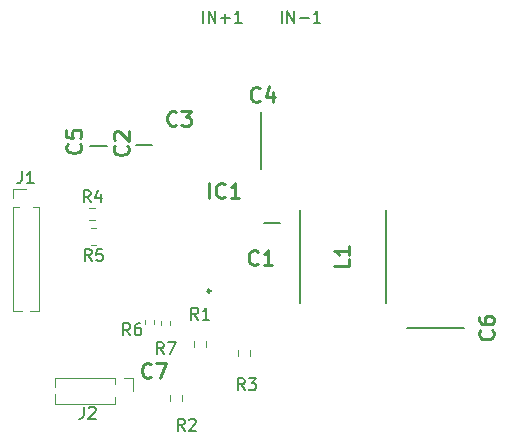
<source format=gbr>
%TF.GenerationSoftware,KiCad,Pcbnew,7.0.9*%
%TF.CreationDate,2023-12-22T17:18:26+01:00*%
%TF.ProjectId,driver_seperate,64726976-6572-45f7-9365-706572617465,rev?*%
%TF.SameCoordinates,Original*%
%TF.FileFunction,Legend,Top*%
%TF.FilePolarity,Positive*%
%FSLAX46Y46*%
G04 Gerber Fmt 4.6, Leading zero omitted, Abs format (unit mm)*
G04 Created by KiCad (PCBNEW 7.0.9) date 2023-12-22 17:18:26*
%MOMM*%
%LPD*%
G01*
G04 APERTURE LIST*
%ADD10C,0.150000*%
%ADD11C,0.254000*%
%ADD12C,0.120000*%
%ADD13C,0.200000*%
%ADD14C,0.250000*%
G04 APERTURE END LIST*
D10*
X143684666Y-112992819D02*
X143684666Y-113707104D01*
X143684666Y-113707104D02*
X143637047Y-113849961D01*
X143637047Y-113849961D02*
X143541809Y-113945200D01*
X143541809Y-113945200D02*
X143398952Y-113992819D01*
X143398952Y-113992819D02*
X143303714Y-113992819D01*
X144113238Y-113088057D02*
X144160857Y-113040438D01*
X144160857Y-113040438D02*
X144256095Y-112992819D01*
X144256095Y-112992819D02*
X144494190Y-112992819D01*
X144494190Y-112992819D02*
X144589428Y-113040438D01*
X144589428Y-113040438D02*
X144637047Y-113088057D01*
X144637047Y-113088057D02*
X144684666Y-113183295D01*
X144684666Y-113183295D02*
X144684666Y-113278533D01*
X144684666Y-113278533D02*
X144637047Y-113421390D01*
X144637047Y-113421390D02*
X144065619Y-113992819D01*
X144065619Y-113992819D02*
X144684666Y-113992819D01*
X152233333Y-115008819D02*
X151900000Y-114532628D01*
X151661905Y-115008819D02*
X151661905Y-114008819D01*
X151661905Y-114008819D02*
X152042857Y-114008819D01*
X152042857Y-114008819D02*
X152138095Y-114056438D01*
X152138095Y-114056438D02*
X152185714Y-114104057D01*
X152185714Y-114104057D02*
X152233333Y-114199295D01*
X152233333Y-114199295D02*
X152233333Y-114342152D01*
X152233333Y-114342152D02*
X152185714Y-114437390D01*
X152185714Y-114437390D02*
X152138095Y-114485009D01*
X152138095Y-114485009D02*
X152042857Y-114532628D01*
X152042857Y-114532628D02*
X151661905Y-114532628D01*
X152614286Y-114104057D02*
X152661905Y-114056438D01*
X152661905Y-114056438D02*
X152757143Y-114008819D01*
X152757143Y-114008819D02*
X152995238Y-114008819D01*
X152995238Y-114008819D02*
X153090476Y-114056438D01*
X153090476Y-114056438D02*
X153138095Y-114104057D01*
X153138095Y-114104057D02*
X153185714Y-114199295D01*
X153185714Y-114199295D02*
X153185714Y-114294533D01*
X153185714Y-114294533D02*
X153138095Y-114437390D01*
X153138095Y-114437390D02*
X152566667Y-115008819D01*
X152566667Y-115008819D02*
X153185714Y-115008819D01*
D11*
X149394333Y-110435365D02*
X149333857Y-110495842D01*
X149333857Y-110495842D02*
X149152428Y-110556318D01*
X149152428Y-110556318D02*
X149031476Y-110556318D01*
X149031476Y-110556318D02*
X148850047Y-110495842D01*
X148850047Y-110495842D02*
X148729095Y-110374889D01*
X148729095Y-110374889D02*
X148668618Y-110253937D01*
X148668618Y-110253937D02*
X148608142Y-110012032D01*
X148608142Y-110012032D02*
X148608142Y-109830603D01*
X148608142Y-109830603D02*
X148668618Y-109588699D01*
X148668618Y-109588699D02*
X148729095Y-109467746D01*
X148729095Y-109467746D02*
X148850047Y-109346794D01*
X148850047Y-109346794D02*
X149031476Y-109286318D01*
X149031476Y-109286318D02*
X149152428Y-109286318D01*
X149152428Y-109286318D02*
X149333857Y-109346794D01*
X149333857Y-109346794D02*
X149394333Y-109407270D01*
X149817666Y-109286318D02*
X150664333Y-109286318D01*
X150664333Y-109286318D02*
X150120047Y-110556318D01*
D10*
X138452266Y-93060619D02*
X138452266Y-93774904D01*
X138452266Y-93774904D02*
X138404647Y-93917761D01*
X138404647Y-93917761D02*
X138309409Y-94013000D01*
X138309409Y-94013000D02*
X138166552Y-94060619D01*
X138166552Y-94060619D02*
X138071314Y-94060619D01*
X139452266Y-94060619D02*
X138880838Y-94060619D01*
X139166552Y-94060619D02*
X139166552Y-93060619D01*
X139166552Y-93060619D02*
X139071314Y-93203476D01*
X139071314Y-93203476D02*
X138976076Y-93298714D01*
X138976076Y-93298714D02*
X138880838Y-93346333D01*
D11*
X147366965Y-90889666D02*
X147427442Y-90950142D01*
X147427442Y-90950142D02*
X147487918Y-91131571D01*
X147487918Y-91131571D02*
X147487918Y-91252523D01*
X147487918Y-91252523D02*
X147427442Y-91433952D01*
X147427442Y-91433952D02*
X147306489Y-91554904D01*
X147306489Y-91554904D02*
X147185537Y-91615381D01*
X147185537Y-91615381D02*
X146943632Y-91675857D01*
X146943632Y-91675857D02*
X146762203Y-91675857D01*
X146762203Y-91675857D02*
X146520299Y-91615381D01*
X146520299Y-91615381D02*
X146399346Y-91554904D01*
X146399346Y-91554904D02*
X146278394Y-91433952D01*
X146278394Y-91433952D02*
X146217918Y-91252523D01*
X146217918Y-91252523D02*
X146217918Y-91131571D01*
X146217918Y-91131571D02*
X146278394Y-90950142D01*
X146278394Y-90950142D02*
X146338870Y-90889666D01*
X146338870Y-90405857D02*
X146278394Y-90345381D01*
X146278394Y-90345381D02*
X146217918Y-90224428D01*
X146217918Y-90224428D02*
X146217918Y-89922047D01*
X146217918Y-89922047D02*
X146278394Y-89801095D01*
X146278394Y-89801095D02*
X146338870Y-89740619D01*
X146338870Y-89740619D02*
X146459822Y-89680142D01*
X146459822Y-89680142D02*
X146580775Y-89680142D01*
X146580775Y-89680142D02*
X146762203Y-89740619D01*
X146762203Y-89740619D02*
X147487918Y-90466333D01*
X147487918Y-90466333D02*
X147487918Y-89680142D01*
D10*
X144255833Y-95671819D02*
X143922500Y-95195628D01*
X143684405Y-95671819D02*
X143684405Y-94671819D01*
X143684405Y-94671819D02*
X144065357Y-94671819D01*
X144065357Y-94671819D02*
X144160595Y-94719438D01*
X144160595Y-94719438D02*
X144208214Y-94767057D01*
X144208214Y-94767057D02*
X144255833Y-94862295D01*
X144255833Y-94862295D02*
X144255833Y-95005152D01*
X144255833Y-95005152D02*
X144208214Y-95100390D01*
X144208214Y-95100390D02*
X144160595Y-95148009D01*
X144160595Y-95148009D02*
X144065357Y-95195628D01*
X144065357Y-95195628D02*
X143684405Y-95195628D01*
X145112976Y-95005152D02*
X145112976Y-95671819D01*
X144874881Y-94624200D02*
X144636786Y-95338485D01*
X144636786Y-95338485D02*
X145255833Y-95338485D01*
D11*
X166182318Y-100490866D02*
X166182318Y-101095628D01*
X166182318Y-101095628D02*
X164912318Y-101095628D01*
X166182318Y-99402294D02*
X166182318Y-100128009D01*
X166182318Y-99765152D02*
X164912318Y-99765152D01*
X164912318Y-99765152D02*
X165093746Y-99886104D01*
X165093746Y-99886104D02*
X165214699Y-100007056D01*
X165214699Y-100007056D02*
X165275175Y-100128009D01*
D10*
X160432953Y-80464819D02*
X160432953Y-79464819D01*
X160909143Y-80464819D02*
X160909143Y-79464819D01*
X160909143Y-79464819D02*
X161480571Y-80464819D01*
X161480571Y-80464819D02*
X161480571Y-79464819D01*
X161956762Y-80083866D02*
X162718667Y-80083866D01*
X163718666Y-80464819D02*
X163147238Y-80464819D01*
X163432952Y-80464819D02*
X163432952Y-79464819D01*
X163432952Y-79464819D02*
X163337714Y-79607676D01*
X163337714Y-79607676D02*
X163242476Y-79702914D01*
X163242476Y-79702914D02*
X163147238Y-79750533D01*
X144343333Y-100656819D02*
X144010000Y-100180628D01*
X143771905Y-100656819D02*
X143771905Y-99656819D01*
X143771905Y-99656819D02*
X144152857Y-99656819D01*
X144152857Y-99656819D02*
X144248095Y-99704438D01*
X144248095Y-99704438D02*
X144295714Y-99752057D01*
X144295714Y-99752057D02*
X144343333Y-99847295D01*
X144343333Y-99847295D02*
X144343333Y-99990152D01*
X144343333Y-99990152D02*
X144295714Y-100085390D01*
X144295714Y-100085390D02*
X144248095Y-100133009D01*
X144248095Y-100133009D02*
X144152857Y-100180628D01*
X144152857Y-100180628D02*
X143771905Y-100180628D01*
X145248095Y-99656819D02*
X144771905Y-99656819D01*
X144771905Y-99656819D02*
X144724286Y-100133009D01*
X144724286Y-100133009D02*
X144771905Y-100085390D01*
X144771905Y-100085390D02*
X144867143Y-100037771D01*
X144867143Y-100037771D02*
X145105238Y-100037771D01*
X145105238Y-100037771D02*
X145200476Y-100085390D01*
X145200476Y-100085390D02*
X145248095Y-100133009D01*
X145248095Y-100133009D02*
X145295714Y-100228247D01*
X145295714Y-100228247D02*
X145295714Y-100466342D01*
X145295714Y-100466342D02*
X145248095Y-100561580D01*
X145248095Y-100561580D02*
X145200476Y-100609200D01*
X145200476Y-100609200D02*
X145105238Y-100656819D01*
X145105238Y-100656819D02*
X144867143Y-100656819D01*
X144867143Y-100656819D02*
X144771905Y-100609200D01*
X144771905Y-100609200D02*
X144724286Y-100561580D01*
D11*
X143353765Y-90737266D02*
X143414242Y-90797742D01*
X143414242Y-90797742D02*
X143474718Y-90979171D01*
X143474718Y-90979171D02*
X143474718Y-91100123D01*
X143474718Y-91100123D02*
X143414242Y-91281552D01*
X143414242Y-91281552D02*
X143293289Y-91402504D01*
X143293289Y-91402504D02*
X143172337Y-91462981D01*
X143172337Y-91462981D02*
X142930432Y-91523457D01*
X142930432Y-91523457D02*
X142749003Y-91523457D01*
X142749003Y-91523457D02*
X142507099Y-91462981D01*
X142507099Y-91462981D02*
X142386146Y-91402504D01*
X142386146Y-91402504D02*
X142265194Y-91281552D01*
X142265194Y-91281552D02*
X142204718Y-91100123D01*
X142204718Y-91100123D02*
X142204718Y-90979171D01*
X142204718Y-90979171D02*
X142265194Y-90797742D01*
X142265194Y-90797742D02*
X142325670Y-90737266D01*
X142204718Y-89588219D02*
X142204718Y-90192981D01*
X142204718Y-90192981D02*
X142809480Y-90253457D01*
X142809480Y-90253457D02*
X142749003Y-90192981D01*
X142749003Y-90192981D02*
X142688527Y-90072028D01*
X142688527Y-90072028D02*
X142688527Y-89769647D01*
X142688527Y-89769647D02*
X142749003Y-89648695D01*
X142749003Y-89648695D02*
X142809480Y-89588219D01*
X142809480Y-89588219D02*
X142930432Y-89527742D01*
X142930432Y-89527742D02*
X143232813Y-89527742D01*
X143232813Y-89527742D02*
X143353765Y-89588219D01*
X143353765Y-89588219D02*
X143414242Y-89648695D01*
X143414242Y-89648695D02*
X143474718Y-89769647D01*
X143474718Y-89769647D02*
X143474718Y-90072028D01*
X143474718Y-90072028D02*
X143414242Y-90192981D01*
X143414242Y-90192981D02*
X143353765Y-90253457D01*
D10*
X147610533Y-106931619D02*
X147277200Y-106455428D01*
X147039105Y-106931619D02*
X147039105Y-105931619D01*
X147039105Y-105931619D02*
X147420057Y-105931619D01*
X147420057Y-105931619D02*
X147515295Y-105979238D01*
X147515295Y-105979238D02*
X147562914Y-106026857D01*
X147562914Y-106026857D02*
X147610533Y-106122095D01*
X147610533Y-106122095D02*
X147610533Y-106264952D01*
X147610533Y-106264952D02*
X147562914Y-106360190D01*
X147562914Y-106360190D02*
X147515295Y-106407809D01*
X147515295Y-106407809D02*
X147420057Y-106455428D01*
X147420057Y-106455428D02*
X147039105Y-106455428D01*
X148467676Y-105931619D02*
X148277200Y-105931619D01*
X148277200Y-105931619D02*
X148181962Y-105979238D01*
X148181962Y-105979238D02*
X148134343Y-106026857D01*
X148134343Y-106026857D02*
X148039105Y-106169714D01*
X148039105Y-106169714D02*
X147991486Y-106360190D01*
X147991486Y-106360190D02*
X147991486Y-106741142D01*
X147991486Y-106741142D02*
X148039105Y-106836380D01*
X148039105Y-106836380D02*
X148086724Y-106884000D01*
X148086724Y-106884000D02*
X148181962Y-106931619D01*
X148181962Y-106931619D02*
X148372438Y-106931619D01*
X148372438Y-106931619D02*
X148467676Y-106884000D01*
X148467676Y-106884000D02*
X148515295Y-106836380D01*
X148515295Y-106836380D02*
X148562914Y-106741142D01*
X148562914Y-106741142D02*
X148562914Y-106503047D01*
X148562914Y-106503047D02*
X148515295Y-106407809D01*
X148515295Y-106407809D02*
X148467676Y-106360190D01*
X148467676Y-106360190D02*
X148372438Y-106312571D01*
X148372438Y-106312571D02*
X148181962Y-106312571D01*
X148181962Y-106312571D02*
X148086724Y-106360190D01*
X148086724Y-106360190D02*
X148039105Y-106407809D01*
X148039105Y-106407809D02*
X147991486Y-106503047D01*
D11*
X158436733Y-100884965D02*
X158376257Y-100945442D01*
X158376257Y-100945442D02*
X158194828Y-101005918D01*
X158194828Y-101005918D02*
X158073876Y-101005918D01*
X158073876Y-101005918D02*
X157892447Y-100945442D01*
X157892447Y-100945442D02*
X157771495Y-100824489D01*
X157771495Y-100824489D02*
X157711018Y-100703537D01*
X157711018Y-100703537D02*
X157650542Y-100461632D01*
X157650542Y-100461632D02*
X157650542Y-100280203D01*
X157650542Y-100280203D02*
X157711018Y-100038299D01*
X157711018Y-100038299D02*
X157771495Y-99917346D01*
X157771495Y-99917346D02*
X157892447Y-99796394D01*
X157892447Y-99796394D02*
X158073876Y-99735918D01*
X158073876Y-99735918D02*
X158194828Y-99735918D01*
X158194828Y-99735918D02*
X158376257Y-99796394D01*
X158376257Y-99796394D02*
X158436733Y-99856870D01*
X159646257Y-101005918D02*
X158920542Y-101005918D01*
X159283399Y-101005918D02*
X159283399Y-99735918D01*
X159283399Y-99735918D02*
X159162447Y-99917346D01*
X159162447Y-99917346D02*
X159041495Y-100038299D01*
X159041495Y-100038299D02*
X158920542Y-100098775D01*
D10*
X157313333Y-111579819D02*
X156980000Y-111103628D01*
X156741905Y-111579819D02*
X156741905Y-110579819D01*
X156741905Y-110579819D02*
X157122857Y-110579819D01*
X157122857Y-110579819D02*
X157218095Y-110627438D01*
X157218095Y-110627438D02*
X157265714Y-110675057D01*
X157265714Y-110675057D02*
X157313333Y-110770295D01*
X157313333Y-110770295D02*
X157313333Y-110913152D01*
X157313333Y-110913152D02*
X157265714Y-111008390D01*
X157265714Y-111008390D02*
X157218095Y-111056009D01*
X157218095Y-111056009D02*
X157122857Y-111103628D01*
X157122857Y-111103628D02*
X156741905Y-111103628D01*
X157646667Y-110579819D02*
X158265714Y-110579819D01*
X158265714Y-110579819D02*
X157932381Y-110960771D01*
X157932381Y-110960771D02*
X158075238Y-110960771D01*
X158075238Y-110960771D02*
X158170476Y-111008390D01*
X158170476Y-111008390D02*
X158218095Y-111056009D01*
X158218095Y-111056009D02*
X158265714Y-111151247D01*
X158265714Y-111151247D02*
X158265714Y-111389342D01*
X158265714Y-111389342D02*
X158218095Y-111484580D01*
X158218095Y-111484580D02*
X158170476Y-111532200D01*
X158170476Y-111532200D02*
X158075238Y-111579819D01*
X158075238Y-111579819D02*
X157789524Y-111579819D01*
X157789524Y-111579819D02*
X157694286Y-111532200D01*
X157694286Y-111532200D02*
X157646667Y-111484580D01*
X153376333Y-105610819D02*
X153043000Y-105134628D01*
X152804905Y-105610819D02*
X152804905Y-104610819D01*
X152804905Y-104610819D02*
X153185857Y-104610819D01*
X153185857Y-104610819D02*
X153281095Y-104658438D01*
X153281095Y-104658438D02*
X153328714Y-104706057D01*
X153328714Y-104706057D02*
X153376333Y-104801295D01*
X153376333Y-104801295D02*
X153376333Y-104944152D01*
X153376333Y-104944152D02*
X153328714Y-105039390D01*
X153328714Y-105039390D02*
X153281095Y-105087009D01*
X153281095Y-105087009D02*
X153185857Y-105134628D01*
X153185857Y-105134628D02*
X152804905Y-105134628D01*
X154328714Y-105610819D02*
X153757286Y-105610819D01*
X154043000Y-105610819D02*
X154043000Y-104610819D01*
X154043000Y-104610819D02*
X153947762Y-104753676D01*
X153947762Y-104753676D02*
X153852524Y-104848914D01*
X153852524Y-104848914D02*
X153757286Y-104896533D01*
X153778153Y-80464819D02*
X153778153Y-79464819D01*
X154254343Y-80464819D02*
X154254343Y-79464819D01*
X154254343Y-79464819D02*
X154825771Y-80464819D01*
X154825771Y-80464819D02*
X154825771Y-79464819D01*
X155301962Y-80083866D02*
X156063867Y-80083866D01*
X155682914Y-80464819D02*
X155682914Y-79702914D01*
X157063866Y-80464819D02*
X156492438Y-80464819D01*
X156778152Y-80464819D02*
X156778152Y-79464819D01*
X156778152Y-79464819D02*
X156682914Y-79607676D01*
X156682914Y-79607676D02*
X156587676Y-79702914D01*
X156587676Y-79702914D02*
X156492438Y-79750533D01*
X150455333Y-108531819D02*
X150122000Y-108055628D01*
X149883905Y-108531819D02*
X149883905Y-107531819D01*
X149883905Y-107531819D02*
X150264857Y-107531819D01*
X150264857Y-107531819D02*
X150360095Y-107579438D01*
X150360095Y-107579438D02*
X150407714Y-107627057D01*
X150407714Y-107627057D02*
X150455333Y-107722295D01*
X150455333Y-107722295D02*
X150455333Y-107865152D01*
X150455333Y-107865152D02*
X150407714Y-107960390D01*
X150407714Y-107960390D02*
X150360095Y-108008009D01*
X150360095Y-108008009D02*
X150264857Y-108055628D01*
X150264857Y-108055628D02*
X149883905Y-108055628D01*
X150788667Y-107531819D02*
X151455333Y-107531819D01*
X151455333Y-107531819D02*
X151026762Y-108531819D01*
D11*
X151527933Y-89099365D02*
X151467457Y-89159842D01*
X151467457Y-89159842D02*
X151286028Y-89220318D01*
X151286028Y-89220318D02*
X151165076Y-89220318D01*
X151165076Y-89220318D02*
X150983647Y-89159842D01*
X150983647Y-89159842D02*
X150862695Y-89038889D01*
X150862695Y-89038889D02*
X150802218Y-88917937D01*
X150802218Y-88917937D02*
X150741742Y-88676032D01*
X150741742Y-88676032D02*
X150741742Y-88494603D01*
X150741742Y-88494603D02*
X150802218Y-88252699D01*
X150802218Y-88252699D02*
X150862695Y-88131746D01*
X150862695Y-88131746D02*
X150983647Y-88010794D01*
X150983647Y-88010794D02*
X151165076Y-87950318D01*
X151165076Y-87950318D02*
X151286028Y-87950318D01*
X151286028Y-87950318D02*
X151467457Y-88010794D01*
X151467457Y-88010794D02*
X151527933Y-88071270D01*
X151951266Y-87950318D02*
X152737457Y-87950318D01*
X152737457Y-87950318D02*
X152314123Y-88434127D01*
X152314123Y-88434127D02*
X152495552Y-88434127D01*
X152495552Y-88434127D02*
X152616504Y-88494603D01*
X152616504Y-88494603D02*
X152676980Y-88555080D01*
X152676980Y-88555080D02*
X152737457Y-88676032D01*
X152737457Y-88676032D02*
X152737457Y-88978413D01*
X152737457Y-88978413D02*
X152676980Y-89099365D01*
X152676980Y-89099365D02*
X152616504Y-89159842D01*
X152616504Y-89159842D02*
X152495552Y-89220318D01*
X152495552Y-89220318D02*
X152132695Y-89220318D01*
X152132695Y-89220318D02*
X152011742Y-89159842D01*
X152011742Y-89159842D02*
X151951266Y-89099365D01*
X158589133Y-87067365D02*
X158528657Y-87127842D01*
X158528657Y-87127842D02*
X158347228Y-87188318D01*
X158347228Y-87188318D02*
X158226276Y-87188318D01*
X158226276Y-87188318D02*
X158044847Y-87127842D01*
X158044847Y-87127842D02*
X157923895Y-87006889D01*
X157923895Y-87006889D02*
X157863418Y-86885937D01*
X157863418Y-86885937D02*
X157802942Y-86644032D01*
X157802942Y-86644032D02*
X157802942Y-86462603D01*
X157802942Y-86462603D02*
X157863418Y-86220699D01*
X157863418Y-86220699D02*
X157923895Y-86099746D01*
X157923895Y-86099746D02*
X158044847Y-85978794D01*
X158044847Y-85978794D02*
X158226276Y-85918318D01*
X158226276Y-85918318D02*
X158347228Y-85918318D01*
X158347228Y-85918318D02*
X158528657Y-85978794D01*
X158528657Y-85978794D02*
X158589133Y-86039270D01*
X159677704Y-86341651D02*
X159677704Y-87188318D01*
X159375323Y-85857842D02*
X159072942Y-86764984D01*
X159072942Y-86764984D02*
X159859133Y-86764984D01*
X154309837Y-95316318D02*
X154309837Y-94046318D01*
X155640314Y-95195365D02*
X155579838Y-95255842D01*
X155579838Y-95255842D02*
X155398409Y-95316318D01*
X155398409Y-95316318D02*
X155277457Y-95316318D01*
X155277457Y-95316318D02*
X155096028Y-95255842D01*
X155096028Y-95255842D02*
X154975076Y-95134889D01*
X154975076Y-95134889D02*
X154914599Y-95013937D01*
X154914599Y-95013937D02*
X154854123Y-94772032D01*
X154854123Y-94772032D02*
X154854123Y-94590603D01*
X154854123Y-94590603D02*
X154914599Y-94348699D01*
X154914599Y-94348699D02*
X154975076Y-94227746D01*
X154975076Y-94227746D02*
X155096028Y-94106794D01*
X155096028Y-94106794D02*
X155277457Y-94046318D01*
X155277457Y-94046318D02*
X155398409Y-94046318D01*
X155398409Y-94046318D02*
X155579838Y-94106794D01*
X155579838Y-94106794D02*
X155640314Y-94167270D01*
X156849838Y-95316318D02*
X156124123Y-95316318D01*
X156486980Y-95316318D02*
X156486980Y-94046318D01*
X156486980Y-94046318D02*
X156366028Y-94227746D01*
X156366028Y-94227746D02*
X156245076Y-94348699D01*
X156245076Y-94348699D02*
X156124123Y-94409175D01*
X178278765Y-106510666D02*
X178339242Y-106571142D01*
X178339242Y-106571142D02*
X178399718Y-106752571D01*
X178399718Y-106752571D02*
X178399718Y-106873523D01*
X178399718Y-106873523D02*
X178339242Y-107054952D01*
X178339242Y-107054952D02*
X178218289Y-107175904D01*
X178218289Y-107175904D02*
X178097337Y-107236381D01*
X178097337Y-107236381D02*
X177855432Y-107296857D01*
X177855432Y-107296857D02*
X177674003Y-107296857D01*
X177674003Y-107296857D02*
X177432099Y-107236381D01*
X177432099Y-107236381D02*
X177311146Y-107175904D01*
X177311146Y-107175904D02*
X177190194Y-107054952D01*
X177190194Y-107054952D02*
X177129718Y-106873523D01*
X177129718Y-106873523D02*
X177129718Y-106752571D01*
X177129718Y-106752571D02*
X177190194Y-106571142D01*
X177190194Y-106571142D02*
X177250670Y-106510666D01*
X177129718Y-105422095D02*
X177129718Y-105664000D01*
X177129718Y-105664000D02*
X177190194Y-105784952D01*
X177190194Y-105784952D02*
X177250670Y-105845428D01*
X177250670Y-105845428D02*
X177432099Y-105966381D01*
X177432099Y-105966381D02*
X177674003Y-106026857D01*
X177674003Y-106026857D02*
X178157813Y-106026857D01*
X178157813Y-106026857D02*
X178278765Y-105966381D01*
X178278765Y-105966381D02*
X178339242Y-105905904D01*
X178339242Y-105905904D02*
X178399718Y-105784952D01*
X178399718Y-105784952D02*
X178399718Y-105543047D01*
X178399718Y-105543047D02*
X178339242Y-105422095D01*
X178339242Y-105422095D02*
X178278765Y-105361619D01*
X178278765Y-105361619D02*
X178157813Y-105301142D01*
X178157813Y-105301142D02*
X177855432Y-105301142D01*
X177855432Y-105301142D02*
X177734480Y-105361619D01*
X177734480Y-105361619D02*
X177674003Y-105422095D01*
X177674003Y-105422095D02*
X177613527Y-105543047D01*
X177613527Y-105543047D02*
X177613527Y-105784952D01*
X177613527Y-105784952D02*
X177674003Y-105905904D01*
X177674003Y-105905904D02*
X177734480Y-105966381D01*
X177734480Y-105966381D02*
X177855432Y-106026857D01*
D12*
%TO.C,J2*%
X147826000Y-110523000D02*
X147826000Y-111633000D01*
X147066000Y-110523000D02*
X147826000Y-110523000D01*
X146306000Y-110523000D02*
X141291000Y-110523000D01*
X146306000Y-110523000D02*
X146306000Y-111069529D01*
X141291000Y-110523000D02*
X141291000Y-111325470D01*
X141291000Y-111940530D02*
X141291000Y-112743000D01*
X146306000Y-112196471D02*
X146306000Y-112743000D01*
X146306000Y-112743000D02*
X141291000Y-112743000D01*
%TO.C,R2*%
X152033500Y-112013276D02*
X152033500Y-112522724D01*
X150988500Y-112013276D02*
X150988500Y-112522724D01*
%TO.C,J1*%
X137675600Y-94540800D02*
X138785600Y-94540800D01*
X137675600Y-95300800D02*
X137675600Y-94540800D01*
X137675600Y-96060800D02*
X137675600Y-104885800D01*
X137675600Y-96060800D02*
X138222129Y-96060800D01*
X137675600Y-104885800D02*
X138478070Y-104885800D01*
X139093130Y-104885800D02*
X139895600Y-104885800D01*
X139349071Y-96060800D02*
X139895600Y-96060800D01*
X139895600Y-96060800D02*
X139895600Y-104885800D01*
D13*
%TO.C,C2*%
X148094400Y-90861800D02*
X149494400Y-90861800D01*
D12*
%TO.C,R4*%
X144167776Y-97169500D02*
X144677224Y-97169500D01*
X144167776Y-96124500D02*
X144677224Y-96124500D01*
D13*
%TO.C,L1*%
X169258000Y-104229200D02*
X169258000Y-96329200D01*
X161958000Y-96329200D02*
X161958000Y-104229200D01*
D12*
%TO.C,R5*%
X144737064Y-99287000D02*
X144282936Y-99287000D01*
X144737064Y-97817000D02*
X144282936Y-97817000D01*
D13*
%TO.C,C5*%
X144233600Y-90906600D02*
X145633600Y-90906600D01*
D12*
%TO.C,R6*%
X149605000Y-105623379D02*
X149605000Y-105958621D01*
X148845000Y-105623379D02*
X148845000Y-105958621D01*
D13*
%TO.C,C1*%
X160339000Y-97409000D02*
X158939000Y-97409000D01*
D12*
%TO.C,R3*%
X156703500Y-108712724D02*
X156703500Y-108203276D01*
X157748500Y-108712724D02*
X157748500Y-108203276D01*
%TO.C,R1*%
X154065500Y-107950724D02*
X154065500Y-107441276D01*
X153020500Y-107950724D02*
X153020500Y-107441276D01*
%TO.C,R7*%
X151002000Y-105750379D02*
X151002000Y-106085621D01*
X150242000Y-105750379D02*
X150242000Y-106085621D01*
D13*
%TO.C,C4*%
X158649000Y-88024000D02*
X158649000Y-92824000D01*
D14*
%TO.C,IC1*%
X154409000Y-103195000D02*
G75*
G03*
X154409000Y-103195000I-125000J0D01*
G01*
D13*
%TO.C,C6*%
X175882000Y-106324400D02*
X171082000Y-106324400D01*
%TD*%
M02*

</source>
